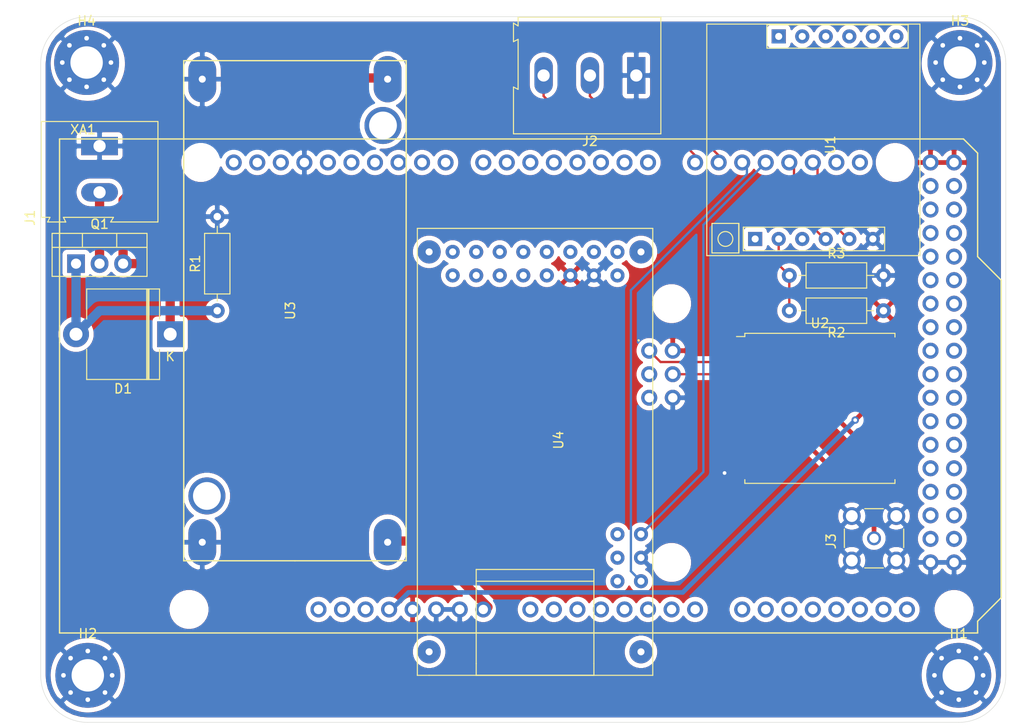
<source format=kicad_pcb>
(kicad_pcb (version 20171130) (host pcbnew 5.1.5+dfsg1-2build2)
  (layers (0 F.Cu signal) (31 B.Cu signal) (34 B.Paste user) (35 F.Paste user) (36 B.SilkS user) (37 F.SilkS user) (38 B.Mask user) (39 F.Mask user) (44 Edge.Cuts user))
  (net 0 "")
  (net 1 "Net-(D1-Pad2)")
  (net 2 +24V)
  (net 3 "Net-(J1-Pad2)")
  (net 4 GND)
  (net 5 Proccessor_Card_RXD)
  (net 6 Proccessor_Card_TXD)
  (net 7 "Net-(R2-Pad2)")
  (net 8 +5V)
  (net 9 ANTENNA)
  (net 10 "Net-(U1-Pad12)")
  (net 11 "Net-(U1-Pad11)")
  (net 12 "Net-(U1-Pad10)")
  (net 13 "Net-(U1-Pad9)")
  (net 14 "Net-(U1-Pad8)")
  (net 15 "Net-(U1-Pad7)")
  (net 16 Sim800_TXD)
  (net 17 Sim800_RXD)
  (net 18 "Net-(U1-Pad3)")
  (net 19 "Net-(U2-Pad16)")
  (net 20 LoRa_D1)
  (net 21 LoRa_D0)
  (net 22 +3V3)
  (net 23 "Net-(U2-Pad12)")
  (net 24 "Net-(U2-Pad11)")
  (net 25 "Net-(U2-Pad1)")
  (net 26 "Net-(U2-Pad9)")
  (net 27 "Net-(U2-Pad7)")
  (net 28 LoRa_RESET_PIN)
  (net 29 LoRa_CSS)
  (net 30 LoRa_SCK)
  (net 31 LoRa_MOSI)
  (net 32 LoRa_MISO)
  (net 33 +12V)
  (net 34 "Net-(U4-Pad19)")
  (net 35 "Net-(U4-Pad18)")
  (net 36 CH376_RX)
  (net 37 CH376_TX)
  (net 38 "Net-(XA1-PadD53)")
  (net 39 "Net-(XA1-PadD52)")
  (net 40 "Net-(XA1-PadD51)")
  (net 41 "Net-(XA1-PadD50)")
  (net 42 "Net-(XA1-PadD49)")
  (net 43 "Net-(XA1-PadD48)")
  (net 44 "Net-(XA1-PadD47)")
  (net 45 "Net-(XA1-PadD46)")
  (net 46 "Net-(XA1-PadD45)")
  (net 47 "Net-(XA1-PadD44)")
  (net 48 "Net-(XA1-PadD43)")
  (net 49 "Net-(XA1-PadD42)")
  (net 50 "Net-(XA1-PadD41)")
  (net 51 "Net-(XA1-PadD40)")
  (net 52 "Net-(XA1-PadD39)")
  (net 53 "Net-(XA1-PadD38)")
  (net 54 "Net-(XA1-PadD37)")
  (net 55 "Net-(XA1-PadD36)")
  (net 56 "Net-(XA1-PadD35)")
  (net 57 "Net-(XA1-PadD34)")
  (net 58 "Net-(XA1-PadD33)")
  (net 59 "Net-(XA1-PadD32)")
  (net 60 "Net-(XA1-PadD31)")
  (net 61 "Net-(XA1-PadD30)")
  (net 62 "Net-(XA1-PadD29)")
  (net 63 "Net-(XA1-PadD28)")
  (net 64 "Net-(XA1-PadD27)")
  (net 65 "Net-(XA1-PadD26)")
  (net 66 "Net-(XA1-PadD25)")
  (net 67 "Net-(XA1-PadD24)")
  (net 68 "Net-(XA1-PadD23)")
  (net 69 "Net-(XA1-PadD22)")
  (net 70 "Net-(XA1-PadA15)")
  (net 71 "Net-(XA1-PadA14)")
  (net 72 "Net-(XA1-PadA13)")
  (net 73 "Net-(XA1-PadA12)")
  (net 74 "Net-(XA1-PadA11)")
  (net 75 "Net-(XA1-PadA10)")
  (net 76 "Net-(XA1-PadA9)")
  (net 77 "Net-(XA1-PadA8)")
  (net 78 "Net-(XA1-PadA7)")
  (net 79 "Net-(XA1-PadA6)")
  (net 80 "Net-(XA1-PadA5)")
  (net 81 "Net-(XA1-PadA4)")
  (net 82 "Net-(XA1-PadA3)")
  (net 83 "Net-(XA1-PadA2)")
  (net 84 "Net-(XA1-PadA1)")
  (net 85 "Net-(XA1-PadD11)")
  (net 86 "Net-(XA1-PadD12)")
  (net 87 "Net-(XA1-PadD13)")
  (net 88 "Net-(XA1-PadAREF)")
  (net 89 "Net-(XA1-PadSDA)")
  (net 90 "Net-(XA1-PadSCL)")
  (net 91 "Net-(XA1-PadD10)")
  (net 92 "Net-(XA1-PadD9)")
  (net 93 "Net-(XA1-PadD8)")
  (net 94 "Net-(XA1-PadD7)")
  (net 95 "Net-(XA1-PadD6)")
  (net 96 "Net-(XA1-PadD5)")
  (net 97 "Net-(XA1-PadD4)")
  (net 98 "Net-(XA1-PadD3)")
  (net 99 "Net-(XA1-PadD2)")
  (net 100 "Net-(XA1-PadD1)")
  (net 101 "Net-(XA1-PadD0)")
  (net 102 "Net-(XA1-PadD20)")
  (net 103 "Net-(XA1-PadD21)")
  (net 104 "Net-(XA1-PadIORF)")
  (net 105 "Net-(XA1-PadRST1)")
  (net 106 "Net-(XA1-PadA0)")
  (net 107 "Net-(XA1-PadRST2)")
  (net 108 Antenna)
  (module MountingHole:MountingHole_3.5mm_Pad_Via (layer F.Cu) (at 59.563 34.163)
    (fp_text reference H4 (at 0 -4.5) (layer F.SilkS))
    (fp_text value MountingHole_Pad)
    (pad 1 thru_hole circle (at 1.856155 -1.856155) (size 0.8 0.8) (drill 0.5) (layers *.Cu *.Mask) (net 4 GND))
    (pad 1 thru_hole circle (at 0 -2.625) (size 0.8 0.8) (drill 0.5) (layers *.Cu *.Mask) (net 4 GND))
    (pad 1 thru_hole circle (at -1.856155 -1.856155) (size 0.8 0.8) (drill 0.5) (layers *.Cu *.Mask) (net 4 GND))
    (pad 1 thru_hole circle (at -2.625 0) (size 0.8 0.8) (drill 0.5) (layers *.Cu *.Mask) (net 4 GND))
    (pad 1 thru_hole circle (at -1.856155 1.856155) (size 0.8 0.8) (drill 0.5) (layers *.Cu *.Mask) (net 4 GND))
    (pad 1 thru_hole circle (at 0 2.625) (size 0.8 0.8) (drill 0.5) (layers *.Cu *.Mask) (net 4 GND))
    (pad 1 thru_hole circle (at 1.856155 1.856155) (size 0.8 0.8) (drill 0.5) (layers *.Cu *.Mask) (net 4 GND))
    (pad 1 thru_hole circle (at 2.625 0) (size 0.8 0.8) (drill 0.5) (layers *.Cu *.Mask) (net 4 GND))
    (pad 1 thru_hole circle (at 0 0) (size 7 7) (drill 3.5) (layers *.Cu *.Mask) (net 4 GND))
  )
  (module MountingHole:MountingHole_3.5mm_Pad_Via (layer F.Cu) (at 153.797 34.163)
    (fp_text reference H3 (at 0 -4.5) (layer F.SilkS))
    (fp_text value MountingHole_Pad)
    (pad 1 thru_hole circle (at 1.856155 -1.856155) (size 0.8 0.8) (drill 0.5) (layers *.Cu *.Mask) (net 4 GND))
    (pad 1 thru_hole circle (at 0 -2.625) (size 0.8 0.8) (drill 0.5) (layers *.Cu *.Mask) (net 4 GND))
    (pad 1 thru_hole circle (at -1.856155 -1.856155) (size 0.8 0.8) (drill 0.5) (layers *.Cu *.Mask) (net 4 GND))
    (pad 1 thru_hole circle (at -2.625 0) (size 0.8 0.8) (drill 0.5) (layers *.Cu *.Mask) (net 4 GND))
    (pad 1 thru_hole circle (at -1.856155 1.856155) (size 0.8 0.8) (drill 0.5) (layers *.Cu *.Mask) (net 4 GND))
    (pad 1 thru_hole circle (at 0 2.625) (size 0.8 0.8) (drill 0.5) (layers *.Cu *.Mask) (net 4 GND))
    (pad 1 thru_hole circle (at 1.856155 1.856155) (size 0.8 0.8) (drill 0.5) (layers *.Cu *.Mask) (net 4 GND))
    (pad 1 thru_hole circle (at 2.625 0) (size 0.8 0.8) (drill 0.5) (layers *.Cu *.Mask) (net 4 GND))
    (pad 1 thru_hole circle (at 0 0) (size 7 7) (drill 3.5) (layers *.Cu *.Mask) (net 4 GND))
  )
  (module MountingHole:MountingHole_3.5mm_Pad_Via (layer F.Cu) (at 59.69 100.33)
    (fp_text reference H2 (at 0 -4.5) (layer F.SilkS))
    (fp_text value MountingHole_Pad)
    (pad 1 thru_hole circle (at 1.856155 -1.856155) (size 0.8 0.8) (drill 0.5) (layers *.Cu *.Mask) (net 4 GND))
    (pad 1 thru_hole circle (at 0 -2.625) (size 0.8 0.8) (drill 0.5) (layers *.Cu *.Mask) (net 4 GND))
    (pad 1 thru_hole circle (at -1.856155 -1.856155) (size 0.8 0.8) (drill 0.5) (layers *.Cu *.Mask) (net 4 GND))
    (pad 1 thru_hole circle (at -2.625 0) (size 0.8 0.8) (drill 0.5) (layers *.Cu *.Mask) (net 4 GND))
    (pad 1 thru_hole circle (at -1.856155 1.856155) (size 0.8 0.8) (drill 0.5) (layers *.Cu *.Mask) (net 4 GND))
    (pad 1 thru_hole circle (at 0 2.625) (size 0.8 0.8) (drill 0.5) (layers *.Cu *.Mask) (net 4 GND))
    (pad 1 thru_hole circle (at 1.856155 1.856155) (size 0.8 0.8) (drill 0.5) (layers *.Cu *.Mask) (net 4 GND))
    (pad 1 thru_hole circle (at 2.625 0) (size 0.8 0.8) (drill 0.5) (layers *.Cu *.Mask) (net 4 GND))
    (pad 1 thru_hole circle (at 0 0) (size 7 7) (drill 3.5) (layers *.Cu *.Mask) (net 4 GND))
  )
  (module MountingHole:MountingHole_3.5mm_Pad_Via (layer F.Cu) (at 153.67 100.33)
    (fp_text reference H1 (at 0 -4.5) (layer F.SilkS))
    (fp_text value MountingHole_Pad)
    (pad 1 thru_hole circle (at 1.856155 -1.856155) (size 0.8 0.8) (drill 0.5) (layers *.Cu *.Mask) (net 4 GND))
    (pad 1 thru_hole circle (at 0 -2.625) (size 0.8 0.8) (drill 0.5) (layers *.Cu *.Mask) (net 4 GND))
    (pad 1 thru_hole circle (at -1.856155 -1.856155) (size 0.8 0.8) (drill 0.5) (layers *.Cu *.Mask) (net 4 GND))
    (pad 1 thru_hole circle (at -2.625 0) (size 0.8 0.8) (drill 0.5) (layers *.Cu *.Mask) (net 4 GND))
    (pad 1 thru_hole circle (at -1.856155 1.856155) (size 0.8 0.8) (drill 0.5) (layers *.Cu *.Mask) (net 4 GND))
    (pad 1 thru_hole circle (at 0 2.625) (size 0.8 0.8) (drill 0.5) (layers *.Cu *.Mask) (net 4 GND))
    (pad 1 thru_hole circle (at 1.856155 1.856155) (size 0.8 0.8) (drill 0.5) (layers *.Cu *.Mask) (net 4 GND))
    (pad 1 thru_hole circle (at 2.625 0) (size 0.8 0.8) (drill 0.5) (layers *.Cu *.Mask) (net 4 GND))
    (pad 1 thru_hole circle (at 0 0) (size 7 7) (drill 3.5) (layers *.Cu *.Mask) (net 4 GND))
  )
  (module XL4015_converter:XL4015_Converter (layer F.Cu) (at 82.042 60.96 270)
    (fp_text reference U3 (at 0 0.5 90) (layer F.SilkS))
    (fp_text value XL4015)
    (fp_line (start 27 12) (end 27 0) (layer F.SilkS) (width 0.15))
    (fp_line (start -27 12) (end 27 12) (layer F.SilkS) (width 0.15))
    (fp_line (start -27 -12) (end -27 12) (layer F.SilkS) (width 0.15))
    (fp_line (start 27 -12) (end -27 -12) (layer F.SilkS) (width 0.15))
    (fp_line (start 27 0) (end 27 -12) (layer F.SilkS) (width 0.15))
    (pad "" np_thru_hole circle (at 20 9.5 270) (size 4 4) (drill 3) (layers *.Cu *.Mask))
    (pad "" np_thru_hole circle (at -20 -9.5 270) (size 4 4) (drill 3) (layers *.Cu *.Mask))
    (pad 3 thru_hole oval (at 25 -10 270) (size 5 3) (drill 0.762) (layers *.Cu *.Mask) (net 33 +12V))
    (pad 4 thru_hole oval (at 25 10 270) (size 5 3) (drill 0.762) (layers *.Cu *.Mask) (net 4 GND))
    (pad 2 thru_hole oval (at -25 10 270) (size 5 3) (drill 0.762) (layers *.Cu *.Mask) (net 4 GND))
    (pad 1 thru_hole oval (at -25 -10 270) (size 5 3) (drill 0.762) (layers *.Cu *.Mask) (net 2 +24V))
  )
  (module RFM95_SMD:HOPERF_RFM9XW_SMD (layer F.Cu) (at 138.684 71.501)
    (fp_text reference U2 (at 0 -9.2) (layer F.SilkS))
    (fp_text value RFM95W-868S2)
    (fp_line (start -8.1 -8.1) (end 8.1 -8.1) (layer F.SilkS) (width 0.12))
    (fp_line (start 8.1 -8.1) (end 8.1 -7.7) (layer F.SilkS) (width 0.12))
    (fp_line (start -8.1 7.7) (end -8.1 8.1) (layer F.SilkS) (width 0.12))
    (fp_line (start -8.1 8.1) (end 8.1 8.1) (layer F.SilkS) (width 0.12))
    (fp_line (start 8.1 8.1) (end 8.1 7.7) (layer F.SilkS) (width 0.12))
    (fp_line (start -8.1 -8.1) (end -8.1 -7.75) (layer F.SilkS) (width 0.12))
    (fp_line (start -8.1 -7.75) (end -9 -7.75) (layer F.SilkS) (width 0.12))
    (pad 1 smd rect (at -8 -7) (size 2 1) (layers F.Cu F.Paste F.Mask) (net 25 "Net-(U2-Pad1)"))
    (pad 2 smd rect (at -8 -5) (size 2 1) (layers F.Cu F.Paste F.Mask) (net 32 LoRa_MISO))
    (pad 3 smd rect (at -8 -3) (size 2 1) (layers F.Cu F.Paste F.Mask) (net 31 LoRa_MOSI))
    (pad 4 smd rect (at -8 -1) (size 2 1) (layers F.Cu F.Paste F.Mask) (net 108 Antenna))
    (pad 5 smd rect (at -8 1) (size 2 1) (layers F.Cu F.Paste F.Mask) (net 29 LoRa_CSS))
    (pad 6 smd rect (at -8 3) (size 2 1) (layers F.Cu F.Paste F.Mask) (net 28 LoRa_RESET_PIN))
    (pad 7 smd rect (at -8 5) (size 2 1) (layers F.Cu F.Paste F.Mask) (net 27 "Net-(U2-Pad7)"))
    (pad 8 smd rect (at -8 7) (size 2 1) (layers F.Cu F.Paste F.Mask) (net 4 GND))
    (pad 9 smd rect (at 8 7) (size 2 1) (layers F.Cu F.Paste F.Mask) (net 26 "Net-(U2-Pad9)"))
    (pad 10 smd rect (at 8 5) (size 2 1) (layers F.Cu F.Paste F.Mask) (net 25 "Net-(U2-Pad1)"))
    (pad 11 smd rect (at 8 3) (size 2 1) (layers F.Cu F.Paste F.Mask) (net 24 "Net-(U2-Pad11)"))
    (pad 12 smd rect (at 8 1) (size 2 1) (layers F.Cu F.Paste F.Mask) (net 23 "Net-(U2-Pad12)"))
    (pad 13 smd rect (at 8 -1) (size 2 1) (layers F.Cu F.Paste F.Mask) (net 22 +3V3))
    (pad 14 smd rect (at 8 -3) (size 2 1) (layers F.Cu F.Paste F.Mask) (net 21 LoRa_D0))
    (pad 15 smd rect (at 8 -5) (size 2 1) (layers F.Cu F.Paste F.Mask) (net 20 LoRa_D1))
    (pad 16 smd rect (at 8 -7) (size 2 1) (layers F.Cu F.Paste F.Mask) (net 19 "Net-(U2-Pad16)"))
  )
  (module Arduino:Arduino_Mega2560_Shield (layer F.Cu) (at 56.642 95.758)
    (fp_text reference XA1 (at 2.54 -54.356) (layer F.SilkS))
    (fp_text value Arduino_Mega2560_Shield)
    (fp_line (start 0 -53.34) (end 97.536 -53.34) (layer F.SilkS) (width 0.15))
    (fp_line (start 0 0) (end 99.06 0) (layer F.SilkS) (width 0.15))
    (fp_line (start 97.536 -53.34) (end 99.06 -51.816) (layer F.SilkS) (width 0.15))
    (fp_line (start 99.06 0) (end 99.06 -1.27) (layer F.SilkS) (width 0.15))
    (fp_line (start 99.06 -1.27) (end 101.6 -3.81) (layer F.SilkS) (width 0.15))
    (fp_line (start 101.6 -3.81) (end 101.6 -38.1) (layer F.SilkS) (width 0.15))
    (fp_line (start 101.6 -38.1) (end 99.06 -40.64) (layer F.SilkS) (width 0.15))
    (fp_line (start 99.06 -40.64) (end 99.06 -51.816) (layer F.SilkS) (width 0.15))
    (fp_line (start 0 -53.34) (end 0 0) (layer F.SilkS) (width 0.15))
    (fp_text user . (at 62.484 -32.004) (layer F.SilkS))
    (pad MISO thru_hole oval (at 63.627 -30.48) (size 1.7272 1.7272) (drill 1.016) (layers *.Cu *.Mask) (net 32 LoRa_MISO))
    (pad GND6 thru_hole oval (at 96.52 -7.62) (size 1.7272 1.7272) (drill 1.016) (layers *.Cu *.Mask) (net 4 GND))
    (pad GND5 thru_hole oval (at 93.98 -7.62) (size 1.7272 1.7272) (drill 1.016) (layers *.Cu *.Mask) (net 4 GND))
    (pad D53 thru_hole oval (at 96.52 -10.16) (size 1.7272 1.7272) (drill 1.016) (layers *.Cu *.Mask) (net 38 "Net-(XA1-PadD53)"))
    (pad D52 thru_hole oval (at 93.98 -10.16) (size 1.7272 1.7272) (drill 1.016) (layers *.Cu *.Mask) (net 39 "Net-(XA1-PadD52)"))
    (pad D51 thru_hole oval (at 96.52 -12.7) (size 1.7272 1.7272) (drill 1.016) (layers *.Cu *.Mask) (net 40 "Net-(XA1-PadD51)"))
    (pad D50 thru_hole oval (at 93.98 -12.7) (size 1.7272 1.7272) (drill 1.016) (layers *.Cu *.Mask) (net 41 "Net-(XA1-PadD50)"))
    (pad D49 thru_hole oval (at 96.52 -15.24) (size 1.7272 1.7272) (drill 1.016) (layers *.Cu *.Mask) (net 42 "Net-(XA1-PadD49)"))
    (pad D48 thru_hole oval (at 93.98 -15.24) (size 1.7272 1.7272) (drill 1.016) (layers *.Cu *.Mask) (net 43 "Net-(XA1-PadD48)"))
    (pad D47 thru_hole oval (at 96.52 -17.78) (size 1.7272 1.7272) (drill 1.016) (layers *.Cu *.Mask) (net 44 "Net-(XA1-PadD47)"))
    (pad D46 thru_hole oval (at 93.98 -17.78) (size 1.7272 1.7272) (drill 1.016) (layers *.Cu *.Mask) (net 45 "Net-(XA1-PadD46)"))
    (pad D45 thru_hole oval (at 96.52 -20.32) (size 1.7272 1.7272) (drill 1.016) (layers *.Cu *.Mask) (net 46 "Net-(XA1-PadD45)"))
    (pad D44 thru_hole oval (at 93.98 -20.32) (size 1.7272 1.7272) (drill 1.016) (layers *.Cu *.Mask) (net 47 "Net-(XA1-PadD44)"))
    (pad D43 thru_hole oval (at 96.52 -22.86) (size 1.7272 1.7272) (drill 1.016) (layers *.Cu *.Mask) (net 48 "Net-(XA1-PadD43)"))
    (pad D42 thru_hole oval (at 93.98 -22.86) (size 1.7272 1.7272) (drill 1.016) (layers *.Cu *.Mask) (net 49 "Net-(XA1-PadD42)"))
    (pad D41 thru_hole oval (at 96.52 -25.4) (size 1.7272 1.7272) (drill 1.016) (layers *.Cu *.Mask) (net 50 "Net-(XA1-PadD41)"))
    (pad D40 thru_hole oval (at 93.98 -25.4) (size 1.7272 1.7272) (drill 1.016) (layers *.Cu *.Mask) (net 51 "Net-(XA1-PadD40)"))
    (pad D39 thru_hole oval (at 96.52 -27.94) (size 1.7272 1.7272) (drill 1.016) (layers *.Cu *.Mask) (net 52 "Net-(XA1-PadD39)"))
    (pad D38 thru_hole oval (at 93.98 -27.94) (size 1.7272 1.7272) (drill 1.016) (layers *.Cu *.Mask) (net 53 "Net-(XA1-PadD38)"))
    (pad D37 thru_hole oval (at 96.52 -30.48) (size 1.7272 1.7272) (drill 1.016) (layers *.Cu *.Mask) (net 54 "Net-(XA1-PadD37)"))
    (pad D36 thru_hole oval (at 93.98 -30.48) (size 1.7272 1.7272) (drill 1.016) (layers *.Cu *.Mask) (net 55 "Net-(XA1-PadD36)"))
    (pad D35 thru_hole oval (at 96.52 -33.02) (size 1.7272 1.7272) (drill 1.016) (layers *.Cu *.Mask) (net 56 "Net-(XA1-PadD35)"))
    (pad D34 thru_hole oval (at 93.98 -33.02) (size 1.7272 1.7272) (drill 1.016) (layers *.Cu *.Mask) (net 57 "Net-(XA1-PadD34)"))
    (pad D33 thru_hole oval (at 96.52 -35.56) (size 1.7272 1.7272) (drill 1.016) (layers *.Cu *.Mask) (net 58 "Net-(XA1-PadD33)"))
    (pad D32 thru_hole oval (at 93.98 -35.56) (size 1.7272 1.7272) (drill 1.016) (layers *.Cu *.Mask) (net 59 "Net-(XA1-PadD32)"))
    (pad D31 thru_hole oval (at 96.52 -38.1) (size 1.7272 1.7272) (drill 1.016) (layers *.Cu *.Mask) (net 60 "Net-(XA1-PadD31)"))
    (pad D30 thru_hole oval (at 93.98 -38.1) (size 1.7272 1.7272) (drill 1.016) (layers *.Cu *.Mask) (net 61 "Net-(XA1-PadD30)"))
    (pad D29 thru_hole oval (at 96.52 -40.64) (size 1.7272 1.7272) (drill 1.016) (layers *.Cu *.Mask) (net 62 "Net-(XA1-PadD29)"))
    (pad D28 thru_hole oval (at 93.98 -40.64) (size 1.7272 1.7272) (drill 1.016) (layers *.Cu *.Mask) (net 63 "Net-(XA1-PadD28)"))
    (pad D27 thru_hole oval (at 96.52 -43.18) (size 1.7272 1.7272) (drill 1.016) (layers *.Cu *.Mask) (net 64 "Net-(XA1-PadD27)"))
    (pad D26 thru_hole oval (at 93.98 -43.18) (size 1.7272 1.7272) (drill 1.016) (layers *.Cu *.Mask) (net 65 "Net-(XA1-PadD26)"))
    (pad D25 thru_hole oval (at 96.52 -45.72) (size 1.7272 1.7272) (drill 1.016) (layers *.Cu *.Mask) (net 66 "Net-(XA1-PadD25)"))
    (pad D24 thru_hole oval (at 93.98 -45.72) (size 1.7272 1.7272) (drill 1.016) (layers *.Cu *.Mask) (net 67 "Net-(XA1-PadD24)"))
    (pad D23 thru_hole oval (at 96.52 -48.26) (size 1.7272 1.7272) (drill 1.016) (layers *.Cu *.Mask) (net 68 "Net-(XA1-PadD23)"))
    (pad D22 thru_hole oval (at 93.98 -48.26) (size 1.7272 1.7272) (drill 1.016) (layers *.Cu *.Mask) (net 69 "Net-(XA1-PadD22)"))
    (pad 5V4 thru_hole oval (at 96.52 -50.8) (size 1.7272 1.7272) (drill 1.016) (layers *.Cu *.Mask) (net 8 +5V))
    (pad 5V3 thru_hole oval (at 93.98 -50.8) (size 1.7272 1.7272) (drill 1.016) (layers *.Cu *.Mask) (net 8 +5V))
    (pad A15 thru_hole oval (at 91.44 -2.54) (size 1.7272 1.7272) (drill 1.016) (layers *.Cu *.Mask) (net 70 "Net-(XA1-PadA15)"))
    (pad A14 thru_hole oval (at 88.9 -2.54) (size 1.7272 1.7272) (drill 1.016) (layers *.Cu *.Mask) (net 71 "Net-(XA1-PadA14)"))
    (pad A13 thru_hole oval (at 86.36 -2.54) (size 1.7272 1.7272) (drill 1.016) (layers *.Cu *.Mask) (net 72 "Net-(XA1-PadA13)"))
    (pad A12 thru_hole oval (at 83.82 -2.54) (size 1.7272 1.7272) (drill 1.016) (layers *.Cu *.Mask) (net 73 "Net-(XA1-PadA12)"))
    (pad A11 thru_hole oval (at 81.28 -2.54) (size 1.7272 1.7272) (drill 1.016) (layers *.Cu *.Mask) (net 74 "Net-(XA1-PadA11)"))
    (pad A10 thru_hole oval (at 78.74 -2.54) (size 1.7272 1.7272) (drill 1.016) (layers *.Cu *.Mask) (net 75 "Net-(XA1-PadA10)"))
    (pad A9 thru_hole oval (at 76.2 -2.54) (size 1.7272 1.7272) (drill 1.016) (layers *.Cu *.Mask) (net 76 "Net-(XA1-PadA9)"))
    (pad A8 thru_hole oval (at 73.66 -2.54) (size 1.7272 1.7272) (drill 1.016) (layers *.Cu *.Mask) (net 77 "Net-(XA1-PadA8)"))
    (pad A7 thru_hole oval (at 68.58 -2.54) (size 1.7272 1.7272) (drill 1.016) (layers *.Cu *.Mask) (net 78 "Net-(XA1-PadA7)"))
    (pad A6 thru_hole oval (at 66.04 -2.54) (size 1.7272 1.7272) (drill 1.016) (layers *.Cu *.Mask) (net 79 "Net-(XA1-PadA6)"))
    (pad A5 thru_hole oval (at 63.5 -2.54) (size 1.7272 1.7272) (drill 1.016) (layers *.Cu *.Mask) (net 80 "Net-(XA1-PadA5)"))
    (pad A4 thru_hole oval (at 60.96 -2.54) (size 1.7272 1.7272) (drill 1.016) (layers *.Cu *.Mask) (net 81 "Net-(XA1-PadA4)"))
    (pad A3 thru_hole oval (at 58.42 -2.54) (size 1.7272 1.7272) (drill 1.016) (layers *.Cu *.Mask) (net 82 "Net-(XA1-PadA3)"))
    (pad A2 thru_hole oval (at 55.88 -2.54) (size 1.7272 1.7272) (drill 1.016) (layers *.Cu *.Mask) (net 83 "Net-(XA1-PadA2)"))
    (pad A1 thru_hole oval (at 53.34 -2.54) (size 1.7272 1.7272) (drill 1.016) (layers *.Cu *.Mask) (net 84 "Net-(XA1-PadA1)"))
    (pad "" thru_hole oval (at 27.94 -2.54) (size 1.7272 1.7272) (drill 1.016) (layers *.Cu *.Mask))
    (pad D11 thru_hole oval (at 34.036 -50.8) (size 1.7272 1.7272) (drill 1.016) (layers *.Cu *.Mask) (net 85 "Net-(XA1-PadD11)"))
    (pad D12 thru_hole oval (at 31.496 -50.8) (size 1.7272 1.7272) (drill 1.016) (layers *.Cu *.Mask) (net 86 "Net-(XA1-PadD12)"))
    (pad D13 thru_hole oval (at 28.956 -50.8) (size 1.7272 1.7272) (drill 1.016) (layers *.Cu *.Mask) (net 87 "Net-(XA1-PadD13)"))
    (pad AREF thru_hole oval (at 23.876 -50.8) (size 1.7272 1.7272) (drill 1.016) (layers *.Cu *.Mask) (net 88 "Net-(XA1-PadAREF)"))
    (pad SDA thru_hole oval (at 21.336 -50.8) (size 1.7272 1.7272) (drill 1.016) (layers *.Cu *.Mask) (net 89 "Net-(XA1-PadSDA)"))
    (pad SCL thru_hole oval (at 18.796 -50.8) (size 1.7272 1.7272) (drill 1.016) (layers *.Cu *.Mask) (net 90 "Net-(XA1-PadSCL)"))
    (pad "" np_thru_hole circle (at 13.97 -2.54) (size 3.2 3.2) (drill 3.2) (layers *.Cu *.Mask))
    (pad "" np_thru_hole circle (at 96.52 -2.54) (size 3.2 3.2) (drill 3.2) (layers *.Cu *.Mask))
    (pad "" np_thru_hole circle (at 15.24 -50.8) (size 3.2 3.2) (drill 3.2) (layers *.Cu *.Mask))
    (pad "" np_thru_hole circle (at 90.17 -50.8) (size 3.2 3.2) (drill 3.2) (layers *.Cu *.Mask))
    (pad "" np_thru_hole circle (at 66.04 -35.56) (size 3.2 3.2) (drill 3.2) (layers *.Cu *.Mask))
    (pad "" np_thru_hole circle (at 66.04 -7.62) (size 3.2 3.2) (drill 3.2) (layers *.Cu *.Mask))
    (pad D10 thru_hole oval (at 36.576 -50.8) (size 1.7272 1.7272) (drill 1.016) (layers *.Cu *.Mask) (net 91 "Net-(XA1-PadD10)"))
    (pad D9 thru_hole oval (at 39.116 -50.8) (size 1.7272 1.7272) (drill 1.016) (layers *.Cu *.Mask) (net 92 "Net-(XA1-PadD9)"))
    (pad D8 thru_hole oval (at 41.656 -50.8) (size 1.7272 1.7272) (drill 1.016) (layers *.Cu *.Mask) (net 93 "Net-(XA1-PadD8)"))
    (pad GND1 thru_hole oval (at 26.416 -50.8) (size 1.7272 1.7272) (drill 1.016) (layers *.Cu *.Mask) (net 4 GND))
    (pad D7 thru_hole oval (at 45.72 -50.8) (size 1.7272 1.7272) (drill 1.016) (layers *.Cu *.Mask) (net 94 "Net-(XA1-PadD7)"))
    (pad D6 thru_hole oval (at 48.26 -50.8) (size 1.7272 1.7272) (drill 1.016) (layers *.Cu *.Mask) (net 95 "Net-(XA1-PadD6)"))
    (pad D5 thru_hole oval (at 50.8 -50.8) (size 1.7272 1.7272) (drill 1.016) (layers *.Cu *.Mask) (net 96 "Net-(XA1-PadD5)"))
    (pad D4 thru_hole oval (at 53.34 -50.8) (size 1.7272 1.7272) (drill 1.016) (layers *.Cu *.Mask) (net 97 "Net-(XA1-PadD4)"))
    (pad D3 thru_hole oval (at 55.88 -50.8) (size 1.7272 1.7272) (drill 1.016) (layers *.Cu *.Mask) (net 98 "Net-(XA1-PadD3)"))
    (pad D2 thru_hole oval (at 58.42 -50.8) (size 1.7272 1.7272) (drill 1.016) (layers *.Cu *.Mask) (net 99 "Net-(XA1-PadD2)"))
    (pad D1 thru_hole oval (at 60.96 -50.8) (size 1.7272 1.7272) (drill 1.016) (layers *.Cu *.Mask) (net 100 "Net-(XA1-PadD1)"))
    (pad D0 thru_hole oval (at 63.5 -50.8) (size 1.7272 1.7272) (drill 1.016) (layers *.Cu *.Mask) (net 101 "Net-(XA1-PadD0)"))
    (pad D14 thru_hole oval (at 68.58 -50.8) (size 1.7272 1.7272) (drill 1.016) (layers *.Cu *.Mask) (net 5 Proccessor_Card_RXD))
    (pad D15 thru_hole oval (at 71.12 -50.8) (size 1.7272 1.7272) (drill 1.016) (layers *.Cu *.Mask) (net 6 Proccessor_Card_TXD))
    (pad D16 thru_hole oval (at 73.66 -50.8) (size 1.7272 1.7272) (drill 1.016) (layers *.Cu *.Mask) (net 36 CH376_RX))
    (pad D17 thru_hole oval (at 76.2 -50.8) (size 1.7272 1.7272) (drill 1.016) (layers *.Cu *.Mask) (net 37 CH376_TX))
    (pad D18 thru_hole oval (at 78.74 -50.8) (size 1.7272 1.7272) (drill 1.016) (layers *.Cu *.Mask) (net 17 Sim800_RXD))
    (pad D19 thru_hole oval (at 81.28 -50.8) (size 1.7272 1.7272) (drill 1.016) (layers *.Cu *.Mask) (net 16 Sim800_TXD))
    (pad D20 thru_hole oval (at 83.82 -50.8) (size 1.7272 1.7272) (drill 1.016) (layers *.Cu *.Mask) (net 102 "Net-(XA1-PadD20)"))
    (pad D21 thru_hole oval (at 86.36 -50.8) (size 1.7272 1.7272) (drill 1.016) (layers *.Cu *.Mask) (net 103 "Net-(XA1-PadD21)"))
    (pad IORF thru_hole oval (at 30.48 -2.54) (size 1.7272 1.7272) (drill 1.016) (layers *.Cu *.Mask) (net 104 "Net-(XA1-PadIORF)"))
    (pad RST1 thru_hole oval (at 33.02 -2.54) (size 1.7272 1.7272) (drill 1.016) (layers *.Cu *.Mask) (net 105 "Net-(XA1-PadRST1)"))
    (pad 3V3 thru_hole oval (at 35.56 -2.54) (size 1.7272 1.7272) (drill 1.016) (layers *.Cu *.Mask) (net 22 +3V3))
    (pad 5V1 thru_hole oval (at 38.1 -2.54) (size 1.7272 1.7272) (drill 1.016) (layers *.Cu *.Mask) (net 8 +5V))
    (pad GND2 thru_hole oval (at 40.64 -2.54) (size 1.7272 1.7272) (drill 1.016) (layers *.Cu *.Mask) (net 4 GND))
    (pad GND3 thru_hole oval (at 43.18 -2.54) (size 1.7272 1.7272) (drill 1.016) (layers *.Cu *.Mask) (net 4 GND))
    (pad VIN thru_hole oval (at 45.72 -2.54) (size 1.7272 1.7272) (drill 1.016) (layers *.Cu *.Mask) (net 33 +12V))
    (pad A0 thru_hole oval (at 50.8 -2.54) (size 1.7272 1.7272) (drill 1.016) (layers *.Cu *.Mask) (net 106 "Net-(XA1-PadA0)"))
    (pad 5V2 thru_hole oval (at 66.167 -30.48) (size 1.7272 1.7272) (drill 1.016) (layers *.Cu *.Mask) (net 8 +5V))
    (pad SCK thru_hole oval (at 63.627 -27.94) (size 1.7272 1.7272) (drill 1.016) (layers *.Cu *.Mask) (net 30 LoRa_SCK))
    (pad MOSI thru_hole oval (at 66.167 -27.94) (size 1.7272 1.7272) (drill 1.016) (layers *.Cu *.Mask) (net 31 LoRa_MOSI))
    (pad GND4 thru_hole oval (at 66.167 -25.4) (size 1.7272 1.7272) (drill 1.016) (layers *.Cu *.Mask) (net 4 GND))
    (pad RST2 thru_hole oval (at 63.627 -25.4) (size 1.7272 1.7272) (drill 1.016) (layers *.Cu *.Mask) (net 107 "Net-(XA1-PadRST2)"))
  )
  (module "SMA_CONNECTOR (3):LPRS_SMA_CONNECTOR" (layer F.Cu) (at 144.526 85.5345 90)
    (fp_text reference J3 (at -0.325 -4.635 90) (layer F.SilkS))
    (fp_text value SMA_CONNECTOR)
    (fp_line (start 3.2 -1) (end 3.2 1) (layer F.SilkS) (width 0.127))
    (fp_line (start 1 3.2) (end -1 3.2) (layer F.SilkS) (width 0.127))
    (fp_line (start -3.2 1) (end -3.2 -1) (layer F.SilkS) (width 0.127))
    (fp_line (start -1 -3.2) (end 1 -3.2) (layer F.SilkS) (width 0.127))
    (pad 1 thru_hole circle (at 0 0 90) (size 1.508 1.508) (drill 1) (layers *.Cu *.Mask) (net 108 Antenna))
    (pad G2 thru_hole circle (at -2.4 2.4 90) (size 1.92 1.92) (drill 1.28) (layers *.Cu *.Mask) (net 4 GND))
    (pad G3 thru_hole circle (at 2.4 2.4 90) (size 1.92 1.92) (drill 1.28) (layers *.Cu *.Mask) (net 4 GND))
    (pad G4 thru_hole circle (at 2.4 -2.4 90) (size 1.92 1.92) (drill 1.28) (layers *.Cu *.Mask) (net 4 GND))
    (pad G1 thru_hole circle (at -2.4 -2.4 90) (size 1.92 1.92) (drill 1.28) (layers *.Cu *.Mask) (net 4 GND))
  )
  (module Sim800L_Module:Sim800L (layer F.Cu) (at 126.619 48.133 90)
    (fp_text reference U1 (at 5.08 13.2 90) (layer F.SilkS))
    (fp_text value Sim800L_Sch)
    (fp_line (start 18.12 22.86) (end -6.88 22.86) (layer F.SilkS) (width 0.12))
    (fp_line (start 18.12 -0.14) (end -6.88 -0.14) (layer F.SilkS) (width 0.12))
    (fp_line (start -6.88 -0.14) (end -6.88 22.86) (layer F.SilkS) (width 0.12))
    (fp_line (start 18.12 22.86) (end 18.12 -0.14) (layer F.SilkS) (width 0.12))
    (fp_circle (center -5.08 1.87) (end -4.28 1.87) (layer F.SilkS) (width 0.12))
    (fp_line (start -3.4 3.32) (end -3.4 0.42) (layer F.SilkS) (width 0.12))
    (fp_line (start -6.59 3.32) (end -3.4 3.32) (layer F.SilkS) (width 0.12))
    (fp_line (start -6.59 0.42) (end -6.59 3.32) (layer F.SilkS) (width 0.12))
    (fp_line (start -3.4 0.42) (end -6.59 0.42) (layer F.SilkS) (width 0.12))
    (fp_line (start -6.59 3.32) (end -3.4 3.32) (layer F.SilkS) (width 0.12))
    (fp_line (start 18.06 21.59) (end 15.52 21.59) (layer F.SilkS) (width 0.12))
    (fp_line (start 18.06 6.35) (end 18.06 21.59) (layer F.SilkS) (width 0.12))
    (fp_line (start 15.52 6.35) (end 18.06 6.35) (layer F.SilkS) (width 0.12))
    (fp_line (start 15.52 21.59) (end 15.52 6.35) (layer F.SilkS) (width 0.12))
    (fp_line (start 18.06 6.35) (end 18.06 21.59) (layer F.SilkS) (width 0.12))
    (fp_line (start -6.35 3.81) (end -3.81 3.81) (layer F.SilkS) (width 0.12))
    (fp_line (start -6.35 19.05) (end -6.35 3.81) (layer F.SilkS) (width 0.12))
    (fp_line (start -3.81 19.05) (end -6.35 19.05) (layer F.SilkS) (width 0.12))
    (fp_line (start -3.81 3.81) (end -3.81 19.05) (layer F.SilkS) (width 0.12))
    (fp_line (start -6.35 3.81) (end -3.81 3.81) (layer F.SilkS) (width 0.12))
    (pad 1 thru_hole trapezoid (at -5.08 5.08 90) (size 1.524 1.524) (drill 0.762) (layers *.Cu *.Mask) (net 9 ANTENNA))
    (pad 12 thru_hole trapezoid (at 16.79 7.62 90) (size 1.524 1.524) (drill 0.762) (layers *.Cu *.Mask) (net 10 "Net-(U1-Pad12)"))
    (pad 11 thru_hole circle (at 16.79 10.16 90) (size 1.524 1.524) (drill 0.762) (layers *.Cu *.Mask) (net 11 "Net-(U1-Pad11)"))
    (pad 10 thru_hole circle (at 16.79 12.7 90) (size 1.524 1.524) (drill 0.762) (layers *.Cu *.Mask) (net 12 "Net-(U1-Pad10)"))
    (pad 9 thru_hole circle (at 16.79 15.24 90) (size 1.524 1.524) (drill 0.762) (layers *.Cu *.Mask) (net 13 "Net-(U1-Pad9)"))
    (pad 8 thru_hole circle (at 16.79 17.78 90) (size 1.524 1.524) (drill 0.762) (layers *.Cu *.Mask) (net 14 "Net-(U1-Pad8)"))
    (pad 7 thru_hole circle (at 16.79 20.32 90) (size 1.524 1.524) (drill 0.762) (layers *.Cu *.Mask) (net 15 "Net-(U1-Pad7)"))
    (pad 6 thru_hole circle (at -5.08 17.78 90) (size 1.524 1.524) (drill 0.762) (layers *.Cu *.Mask) (net 4 GND))
    (pad 5 thru_hole circle (at -5.08 15.24 90) (size 1.524 1.524) (drill 0.762) (layers *.Cu *.Mask) (net 16 Sim800_TXD))
    (pad 4 thru_hole circle (at -5.08 12.7 90) (size 1.524 1.524) (drill 0.762) (layers *.Cu *.Mask) (net 17 Sim800_RXD))
    (pad 3 thru_hole circle (at -5.08 10.16 90) (size 1.524 1.524) (drill 0.762) (layers *.Cu *.Mask) (net 18 "Net-(U1-Pad3)"))
    (pad 2 thru_hole circle (at -5.08 7.62 90) (size 1.524 1.524) (drill 0.762) (layers *.Cu *.Mask) (net 7 "Net-(R2-Pad2)"))
  )
  (module CH376_USB:CH376_USB_Foot (layer F.Cu) (at 107.95 72.39 90)
    (fp_text reference U4 (at -2.54 2.54 90) (layer F.SilkS))
    (fp_text value CH376S_USB_MODULE)
    (fp_line (start -27.94 -12.7) (end -27.94 -11.43) (layer F.SilkS) (width 0.12))
    (fp_line (start 20.32 -12.7) (end 20.32 -11.43) (layer F.SilkS) (width 0.12))
    (fp_line (start 20.32 -12.7) (end -27.94 -12.7) (layer F.SilkS) (width 0.12))
    (fp_line (start -27.94 12.7) (end 20.32 12.7) (layer F.SilkS) (width 0.12))
    (fp_line (start -27.94 -11.43) (end -27.94 12.7) (layer F.SilkS) (width 0.12))
    (fp_line (start 20.32 -11.43) (end 20.32 12.7) (layer F.SilkS) (width 0.12))
    (fp_line (start -27.94 6.35) (end -26.67 6.35) (layer F.SilkS) (width 0.12))
    (fp_line (start -27.94 -6.35) (end -27.94 6.35) (layer F.SilkS) (width 0.12))
    (fp_line (start -26.67 -6.35) (end -27.94 -6.35) (layer F.SilkS) (width 0.12))
    (fp_line (start -16.51 6.35) (end -17.78 6.35) (layer F.SilkS) (width 0.12))
    (fp_line (start -16.51 -6.35) (end -16.51 6.35) (layer F.SilkS) (width 0.12))
    (fp_line (start -17.78 -6.35) (end -16.51 -6.35) (layer F.SilkS) (width 0.12))
    (fp_line (start -17.78 6.35) (end -26.67 6.35) (layer F.SilkS) (width 0.12))
    (fp_line (start -17.78 -6.35) (end -17.78 6.35) (layer F.SilkS) (width 0.12))
    (fp_line (start -26.67 -6.35) (end -17.78 -6.35) (layer F.SilkS) (width 0.12))
    (pad "" np_thru_hole circle (at 17.78 11.43 90) (size 2.5 2.5) (drill 0.762) (layers *.Cu *.Mask))
    (pad "" np_thru_hole circle (at -25.4 11.43 90) (size 2.5 2.5) (drill 0.762) (layers *.Cu *.Mask))
    (pad "" np_thru_hole circle (at -25.4 -11.43 90) (size 2.5 2.5) (drill 0.762) (layers *.Cu *.Mask))
    (pad "" np_thru_hole circle (at 17.78 -11.43 90) (size 2.5 2.5) (drill 0.762) (layers *.Cu *.Mask))
    (pad 21 thru_hole circle (at 17.78 -8.89 90) (size 1.524 1.524) (drill 0.762) (layers *.Cu *.Mask))
    (pad 20 thru_hole circle (at 17.78 -6.35 90) (size 1.524 1.524) (drill 0.762) (layers *.Cu *.Mask))
    (pad 19 thru_hole circle (at 17.78 -3.81 90) (size 1.524 1.524) (drill 0.762) (layers *.Cu *.Mask) (net 34 "Net-(U4-Pad19)"))
    (pad 18 thru_hole circle (at 17.78 -1.27 90) (size 1.524 1.524) (drill 0.762) (layers *.Cu *.Mask) (net 35 "Net-(U4-Pad18)"))
    (pad 17 thru_hole circle (at 17.78 1.27 90) (size 1.524 1.524) (drill 0.762) (layers *.Cu *.Mask))
    (pad 16 thru_hole circle (at 17.78 3.81 90) (size 1.524 1.524) (drill 0.762) (layers *.Cu *.Mask))
    (pad 15 thru_hole circle (at 17.78 6.35 90) (size 1.524 1.524) (drill 0.762) (layers *.Cu *.Mask))
    (pad 14 thru_hole circle (at 17.78 8.89 90) (size 1.524 1.524) (drill 0.762) (layers *.Cu *.Mask))
    (pad 13 thru_hole circle (at 15.24 8.89 90) (size 1.524 1.524) (drill 0.762) (layers *.Cu *.Mask))
    (pad 12 thru_hole circle (at 15.24 1.27 90) (size 1.524 1.524) (drill 0.762) (layers *.Cu *.Mask))
    (pad 2 thru_hole circle (at 15.24 6.35 90) (size 1.524 1.524) (drill 0.762) (layers *.Cu *.Mask) (net 4 GND))
    (pad 1 thru_hole circle (at 15.24 3.81 90) (size 1.524 1.524) (drill 0.762) (layers *.Cu *.Mask) (net 8 +5V))
    (pad 11 thru_hole circle (at 15.24 -1.27 90) (size 1.524 1.524) (drill 0.762) (layers *.Cu *.Mask))
    (pad 10 thru_hole circle (at 15.24 -3.81 90) (size 1.524 1.524) (drill 0.762) (layers *.Cu *.Mask))
    (pad 9 thru_hole circle (at 15.24 -6.35 90) (size 1.524 1.524) (drill 0.762) (layers *.Cu *.Mask))
    (pad 8 thru_hole circle (at 15.24 -8.89 90) (size 1.524 1.524) (drill 0.762) (layers *.Cu *.Mask))
    (pad 7 thru_hole circle (at -12.7 8.89 90) (size 1.524 1.524) (drill 0.762) (layers *.Cu *.Mask))
    (pad 6 thru_hole circle (at -15.24 8.89 90) (size 1.524 1.524) (drill 0.762) (layers *.Cu *.Mask))
    (pad 5 thru_hole circle (at -17.78 8.89 90) (size 1.524 1.524) (drill 0.762) (layers *.Cu *.Mask))
    (pad 4 thru_hole circle (at -17.78 11.43 90) (size 1.524 1.524) (drill 0.762) (layers *.Cu *.Mask) (net 36 CH376_RX))
    (pad 2 thru_hole circle (at -15.24 11.43 90) (size 1.524 1.524) (drill 0.762) (layers *.Cu *.Mask) (net 4 GND))
    (pad 3 thru_hole circle (at -12.7 11.43 90) (size 1.524 1.524) (drill 0.762) (layers *.Cu *.Mask) (net 37 CH376_TX))
  )
  (module Resistor_THT:R_Axial_DIN0207_L6.3mm_D2.5mm_P10.16mm_Horizontal (layer F.Cu) (at 135.382 57.15)
    (fp_text reference R3 (at 5.08 -2.37) (layer F.SilkS))
    (fp_text value "4 OHM")
    (fp_line (start 9.12 0) (end 8.35 0) (layer F.SilkS) (width 0.12))
    (fp_line (start 1.04 0) (end 1.81 0) (layer F.SilkS) (width 0.12))
    (fp_line (start 8.35 -1.37) (end 1.81 -1.37) (layer F.SilkS) (width 0.12))
    (fp_line (start 8.35 1.37) (end 8.35 -1.37) (layer F.SilkS) (width 0.12))
    (fp_line (start 1.81 1.37) (end 8.35 1.37) (layer F.SilkS) (width 0.12))
    (fp_line (start 1.81 -1.37) (end 1.81 1.37) (layer F.SilkS) (width 0.12))
    (pad 2 thru_hole oval (at 10.16 0) (size 1.6 1.6) (drill 0.8) (layers *.Cu *.Mask) (net 4 GND))
    (pad 1 thru_hole circle (at 0 0) (size 1.6 1.6) (drill 0.8) (layers *.Cu *.Mask) (net 7 "Net-(R2-Pad2)"))
  )
  (module Resistor_THT:R_Axial_DIN0207_L6.3mm_D2.5mm_P10.16mm_Horizontal (layer F.Cu) (at 145.542 60.96 180)
    (fp_text reference R2 (at 5.08 -2.37) (layer F.SilkS))
    (fp_text value "1 OHM")
    (fp_line (start 9.12 0) (end 8.35 0) (layer F.SilkS) (width 0.12))
    (fp_line (start 1.04 0) (end 1.81 0) (layer F.SilkS) (width 0.12))
    (fp_line (start 8.35 -1.37) (end 1.81 -1.37) (layer F.SilkS) (width 0.12))
    (fp_line (start 8.35 1.37) (end 8.35 -1.37) (layer F.SilkS) (width 0.12))
    (fp_line (start 1.81 1.37) (end 8.35 1.37) (layer F.SilkS) (width 0.12))
    (fp_line (start 1.81 -1.37) (end 1.81 1.37) (layer F.SilkS) (width 0.12))
    (pad 2 thru_hole oval (at 10.16 0 180) (size 1.6 1.6) (drill 0.8) (layers *.Cu *.Mask) (net 7 "Net-(R2-Pad2)"))
    (pad 1 thru_hole circle (at 0 0 180) (size 1.6 1.6) (drill 0.8) (layers *.Cu *.Mask) (net 8 +5V))
  )
  (module Resistor_THT:R_Axial_DIN0207_L6.3mm_D2.5mm_P10.16mm_Horizontal (layer F.Cu) (at 73.66 60.96 90)
    (fp_text reference R1 (at 5.08 -2.37 90) (layer F.SilkS))
    (fp_text value 100K)
    (fp_line (start 9.12 0) (end 8.35 0) (layer F.SilkS) (width 0.12))
    (fp_line (start 1.04 0) (end 1.81 0) (layer F.SilkS) (width 0.12))
    (fp_line (start 8.35 -1.37) (end 1.81 -1.37) (layer F.SilkS) (width 0.12))
    (fp_line (start 8.35 1.37) (end 8.35 -1.37) (layer F.SilkS) (width 0.12))
    (fp_line (start 1.81 1.37) (end 8.35 1.37) (layer F.SilkS) (width 0.12))
    (fp_line (start 1.81 -1.37) (end 1.81 1.37) (layer F.SilkS) (width 0.12))
    (pad 2 thru_hole oval (at 10.16 0 90) (size 1.6 1.6) (drill 0.8) (layers *.Cu *.Mask) (net 4 GND))
    (pad 1 thru_hole circle (at 0 0 90) (size 1.6 1.6) (drill 0.8) (layers *.Cu *.Mask) (net 1 "Net-(D1-Pad2)"))
  )
  (module TerminalBlock:TerminalBlock_Altech_AK300-2_P5.00mm (layer F.Cu) (at 60.96 43.18 270)
    (fp_text reference J1 (at 7.747 7.493 90) (layer F.SilkS))
    (fp_text value POWER_CONN)
    (fp_line (start 8.2 -6.3) (end -2.65 -6.3) (layer F.SilkS) (width 0.12))
    (fp_line (start 8.2 -1.2) (end 8.2 -6.3) (layer F.SilkS) (width 0.12))
    (fp_line (start 7.7 -1.5) (end 8.2 -1.2) (layer F.SilkS) (width 0.12))
    (fp_line (start 7.7 3.9) (end 7.7 -1.5) (layer F.SilkS) (width 0.12))
    (fp_line (start 8.2 3.65) (end 7.7 3.9) (layer F.SilkS) (width 0.12))
    (fp_line (start 8.2 3.7) (end 8.2 3.65) (layer F.SilkS) (width 0.12))
    (fp_line (start 8.2 5.6) (end 8.2 3.7) (layer F.SilkS) (width 0.12))
    (fp_line (start 7.7 5.35) (end 8.2 5.6) (layer F.SilkS) (width 0.12))
    (fp_line (start 7.7 6.3) (end 7.7 5.35) (layer F.SilkS) (width 0.12))
    (fp_line (start -2.65 6.3) (end 7.7 6.3) (layer F.SilkS) (width 0.12))
    (fp_line (start -2.65 -6.3) (end -2.65 6.3) (layer F.SilkS) (width 0.12))
    (pad 2 thru_hole oval (at 5 0 270) (size 1.98 3.96) (drill 1.32) (layers *.Cu *.Mask) (net 3 "Net-(J1-Pad2)"))
    (pad 1 thru_hole rect (at 0 0 270) (size 1.98 3.96) (drill 1.32) (layers *.Cu *.Mask) (net 4 GND))
  )
  (module Package_TO_SOT_THT:TO-220-3_Vertical (layer F.Cu) (at 58.42 55.88)
    (fp_text reference Q1 (at 2.54 -4.27) (layer F.SilkS))
    (fp_text value "P_Channel MOSFET")
    (fp_line (start 4.391 -3.27) (end 4.391 -1.76) (layer F.SilkS) (width 0.12))
    (fp_line (start 0.69 -3.27) (end 0.69 -1.76) (layer F.SilkS) (width 0.12))
    (fp_line (start -2.58 -1.76) (end 7.66 -1.76) (layer F.SilkS) (width 0.12))
    (fp_line (start 7.66 -3.27) (end 7.66 1.371) (layer F.SilkS) (width 0.12))
    (fp_line (start -2.58 -3.27) (end -2.58 1.371) (layer F.SilkS) (width 0.12))
    (fp_line (start -2.58 1.371) (end 7.66 1.371) (layer F.SilkS) (width 0.12))
    (fp_line (start -2.58 -3.27) (end 7.66 -3.27) (layer F.SilkS) (width 0.12))
    (pad 3 thru_hole oval (at 5.08 0) (size 1.905 2) (drill 1.1) (layers *.Cu *.Mask) (net 2 +24V))
    (pad 2 thru_hole oval (at 2.54 0) (size 1.905 2) (drill 1.1) (layers *.Cu *.Mask) (net 3 "Net-(J1-Pad2)"))
    (pad 1 thru_hole rect (at 0 0) (size 1.905 2) (drill 1.1) (layers *.Cu *.Mask) (net 1 "Net-(D1-Pad2)"))
  )
  (module TerminalBlock:TerminalBlock_Altech_AK300-3_P5.00mm (layer F.Cu) (at 118.872 35.56 180)
    (fp_text reference J2 (at 5 -7.1) (layer F.SilkS))
    (fp_text value Serial_Comm)
    (fp_line (start 13.25 -6.3) (end -2.65 -6.3) (layer F.SilkS) (width 0.12))
    (fp_line (start 13.25 -1.25) (end 13.25 -6.3) (layer F.SilkS) (width 0.12))
    (fp_line (start 12.75 -1.5) (end 13.25 -1.25) (layer F.SilkS) (width 0.12))
    (fp_line (start 12.75 3.9) (end 12.75 -1.5) (layer F.SilkS) (width 0.12))
    (fp_line (start 13.25 3.65) (end 12.75 3.9) (layer F.SilkS) (width 0.12))
    (fp_line (start 13.25 5.65) (end 13.25 3.65) (layer F.SilkS) (width 0.12))
    (fp_line (start 12.75 5.35) (end 13.25 5.65) (layer F.SilkS) (width 0.12))
    (fp_line (start 12.75 6.3) (end 12.75 5.35) (layer F.SilkS) (width 0.12))
    (fp_line (start -2.65 6.3) (end 12.75 6.3) (layer F.SilkS) (width 0.12))
    (fp_line (start -2.65 -6.3) (end -2.65 6.3) (layer F.SilkS) (width 0.12))
    (pad 3 thru_hole oval (at 10 0 180) (size 1.98 3.96) (drill 1.32) (layers *.Cu *.Mask) (net 5 Proccessor_Card_RXD))
    (pad 2 thru_hole oval (at 5 0 180) (size 1.98 3.96) (drill 1.32) (layers *.Cu *.Mask) (net 6 Proccessor_Card_TXD))
    (pad 1 thru_hole rect (at 0 0 180) (size 1.98 3.96) (drill 1.32) (layers *.Cu *.Mask) (net 4 GND))
  )
  (module Diode_THT:D_5KP_P10.16mm_Horizontal (layer F.Cu) (at 68.58 63.5 180)
    (fp_text reference D1 (at 5.08 -5.885) (layer F.SilkS))
    (fp_text value D_Zener)
    (fp_text user K (at 0 -2.4) (layer F.SilkS))
    (fp_line (start 2.293 -4.885) (end 2.293 4.885) (layer F.SilkS) (width 0.12))
    (fp_line (start 2.533 -4.885) (end 2.533 4.885) (layer F.SilkS) (width 0.12))
    (fp_line (start 2.413 -4.885) (end 2.413 4.885) (layer F.SilkS) (width 0.12))
    (fp_line (start 9.01 4.885) (end 9.01 1.64) (layer F.SilkS) (width 0.12))
    (fp_line (start 1.15 4.885) (end 9.01 4.885) (layer F.SilkS) (width 0.12))
    (fp_line (start 1.15 1.64) (end 1.15 4.885) (layer F.SilkS) (width 0.12))
    (fp_line (start 9.01 -4.885) (end 9.01 -1.64) (layer F.SilkS) (width 0.12))
    (fp_line (start 1.15 -4.885) (end 9.01 -4.885) (layer F.SilkS) (width 0.12))
    (fp_line (start 1.15 -1.64) (end 1.15 -4.885) (layer F.SilkS) (width 0.12))
    (pad 2 thru_hole oval (at 10.16 0 180) (size 2.8 2.8) (drill 1.4) (layers *.Cu *.Mask) (net 1 "Net-(D1-Pad2)"))
    (pad 1 thru_hole rect (at 0 0 180) (size 2.8 2.8) (drill 1.4) (layers *.Cu *.Mask) (net 2 +24V))
  )
  (gr_arc (start 59.69 100.33) (end 54.61 100.33) (angle -90) (layer Edge.Cuts) (width 0.05))
  (gr_line (start 153.67 105.41) (end 59.69 105.41) (layer Edge.Cuts) (width 0.05))
  (gr_arc (start 153.67 100.33) (end 153.67 105.41) (angle -90) (layer Edge.Cuts) (width 0.05))
  (gr_line (start 158.75 34.29) (end 158.75 100.33) (layer Edge.Cuts) (width 0.05))
  (gr_arc (start 153.67 34.29) (end 158.75 34.29) (angle -90) (layer Edge.Cuts) (width 0.05))
  (gr_line (start 60.96 29.21) (end 153.67 29.21) (layer Edge.Cuts) (width 0.05))
  (gr_line (start 59.69 29.21) (end 60.96 29.21) (layer Edge.Cuts) (width 0.05))
  (gr_arc (start 59.69 34.29) (end 59.69 29.21) (angle -90) (layer Edge.Cuts) (width 0.05))
  (gr_line (start 54.61 100.33) (end 54.61 34.29) (layer Edge.Cuts) (width 0.05))
  (segment (start 58.42 63.5) (end 58.42 55.88) (width 1) (layer B.Cu) (net 1))
  (segment (start 60.96 60.96) (end 73.66 60.96) (width 1) (layer B.Cu) (net 1))
  (segment (start 58.42 63.5) (end 60.96 60.96) (width 1) (layer B.Cu) (net 1))
  (segment (start 68.58 61.1) (end 68.58 63.5) (width 1) (layer F.Cu) (net 2))
  (segment (start 68.58 59.0075) (end 68.58 61.1) (width 1) (layer F.Cu) (net 2))
  (segment (start 65.4525 55.88) (end 68.58 59.0075) (width 1) (layer F.Cu) (net 2))
  (segment (start 63.5 55.88) (end 65.4525 55.88) (width 1) (layer F.Cu) (net 2))
  (segment (start 76.689 35.833) (end 92.296 35.833) (width 1) (layer F.Cu) (net 2))
  (segment (start 63.5 49.022) (end 76.689 35.833) (width 1) (layer F.Cu) (net 2))
  (segment (start 63.5 55.88) (end 63.5 49.022) (width 1) (layer F.Cu) (net 2))
  (segment (start 60.96 48.18) (end 60.96 55.88) (width 1) (layer F.Cu) (net 3))
  (segment (start 118.19 35.56) (end 119.43 35.56) (width 0.25) (layer F.Cu) (net 4))
  (via (at 128.397 78.486) (size 0.8) (drill 0.4) (layers F.Cu B.Cu) (net 4))
  (segment (start 128.412 78.501) (end 128.397 78.486) (width 0.5) (layer F.Cu) (net 4))
  (segment (start 130.938 78.501) (end 128.412 78.501) (width 0.5) (layer F.Cu) (net 4))
  (segment (start 108.872 37.79) (end 114.516 43.434) (width 0.25) (layer F.Cu) (net 5))
  (segment (start 108.872 35.56) (end 108.872 37.79) (width 0.25) (layer F.Cu) (net 5))
  (segment (start 124.46 43.434) (end 125.73 44.704) (width 0.25) (layer F.Cu) (net 5))
  (segment (start 114.516 43.434) (end 124.46 43.434) (width 0.25) (layer F.Cu) (net 5))
  (segment (start 128.27 44.4) (end 128.27 44.704) (width 0.25) (layer F.Cu) (net 6))
  (segment (start 128.27 44.704) (end 126.238 42.672) (width 0.25) (layer F.Cu) (net 6))
  (segment (start 113.872 37.79) (end 113.872 35.56) (width 0.25) (layer F.Cu) (net 6))
  (segment (start 118.754 42.672) (end 113.872 37.79) (width 0.25) (layer F.Cu) (net 6))
  (segment (start 126.238 42.672) (end 118.754 42.672) (width 0.25) (layer F.Cu) (net 6))
  (segment (start 134.239 56.007) (end 135.382 57.15) (width 0.25) (layer F.Cu) (net 7))
  (segment (start 134.239 53.34) (end 134.239 56.007) (width 0.25) (layer F.Cu) (net 7))
  (segment (start 135.382 57.15) (end 135.382 60.96) (width 0.25) (layer F.Cu) (net 7))
  (segment (start 138.43 49.911) (end 141.859 53.34) (width 0.25) (layer F.Cu) (net 16))
  (segment (start 138.43 44.704) (end 138.43 49.911) (width 0.25) (layer F.Cu) (net 16))
  (segment (start 135.89 49.911) (end 139.319 53.34) (width 0.25) (layer F.Cu) (net 17))
  (segment (start 135.89 44.704) (end 135.89 49.911) (width 0.25) (layer F.Cu) (net 17))
  (segment (start 146.938 70.501) (end 144.833315 70.501) (width 0.5) (layer F.Cu) (net 22))
  (via (at 142.494 72.771) (size 0.8) (drill 0.4) (layers F.Cu B.Cu) (net 22))
  (segment (start 144.764 70.501) (end 142.494 72.771) (width 0.5) (layer F.Cu) (net 22))
  (segment (start 144.833315 70.501) (end 144.764 70.501) (width 0.5) (layer F.Cu) (net 22))
  (segment (start 94.023601 91.650399) (end 92.71 92.964) (width 0.5) (layer B.Cu) (net 22))
  (segment (start 94.291999 91.382001) (end 94.023601 91.650399) (width 0.5) (layer B.Cu) (net 22))
  (segment (start 123.882999 91.382001) (end 94.291999 91.382001) (width 0.5) (layer B.Cu) (net 22))
  (segment (start 142.494 72.771) (end 123.882999 91.382001) (width 0.5) (layer B.Cu) (net 22))
  (segment (start 145.438 76.501) (end 146.938 76.501) (width 0.5) (layer F.Cu) (net 25))
  (segment (start 144.438 76.501) (end 145.438 76.501) (width 0.5) (layer F.Cu) (net 25))
  (segment (start 132.438 64.501) (end 144.438 76.501) (width 0.5) (layer F.Cu) (net 25))
  (segment (start 130.938 64.501) (end 132.438 64.501) (width 0.5) (layer F.Cu) (net 25))
  (segment (start 123.317 68.262) (end 123.317 67.564) (width 0.25) (layer F.Cu) (net 31))
  (segment (start 130.255 67.818) (end 130.938 68.501) (width 0.25) (layer F.Cu) (net 31))
  (segment (start 122.809 67.818) (end 130.255 67.818) (width 0.25) (layer F.Cu) (net 31))
  (segment (start 121.492 66.501) (end 130.938 66.501) (width 0.25) (layer F.Cu) (net 32))
  (segment (start 120.269 65.278) (end 121.492 66.501) (width 0.25) (layer F.Cu) (net 32))
  (segment (start 92.296 85.833) (end 95.739 85.833) (width 1) (layer F.Cu) (net 33))
  (segment (start 95.739 85.833) (end 102.87 92.964) (width 1) (layer F.Cu) (net 33))
  (segment (start 130.81 46.228) (end 118.292999 58.745001) (width 0.25) (layer B.Cu) (net 36))
  (segment (start 130.81 44.704) (end 130.81 46.228) (width 0.25) (layer B.Cu) (net 36))
  (segment (start 118.292999 89.082999) (end 119.38 90.17) (width 0.25) (layer B.Cu) (net 36))
  (segment (start 118.292999 58.745001) (end 118.292999 89.082999) (width 0.25) (layer B.Cu) (net 36))
  (segment (start 126.873 50.927) (end 132.842 44.958) (width 0.25) (layer B.Cu) (net 37))
  (segment (start 119.38 85.09) (end 126.111 78.359) (width 0.25) (layer B.Cu) (net 37))
  (segment (start 126.111 51.689) (end 126.873 50.927) (width 0.25) (layer B.Cu) (net 37))
  (segment (start 126.111 78.359) (end 126.111 51.689) (width 0.25) (layer B.Cu) (net 37))
  (segment (start 144.526 84.468183) (end 144.526 85.5345) (width 0.5) (layer F.Cu) (net 108))
  (segment (start 144.526 82.589) (end 144.526 84.468183) (width 0.5) (layer F.Cu) (net 108))
  (segment (start 132.438 70.501) (end 144.526 82.589) (width 0.5) (layer F.Cu) (net 108))
  (segment (start 130.938 70.501) (end 132.438 70.501) (width 0.5) (layer F.Cu) (net 108))
  (zone (net 4) (net_name GND) (layer B.Cu) (connect_pads (clearance 0.508)) (min_thickness 0.254) (fill yes (arc_segments 32) (thermal_gap 0.508) (thermal_bridge_width 0.508))
    (polygon (pts (xy 158.75 105.41) (xy 54.61 105.41) (xy 54.61 29.21) (xy 158.75 29.21)))
  )
  (zone (net 8) (net_name +5V) (layer F.Cu) (connect_pads (clearance 0.508)) (min_thickness 0.254) (fill yes (arc_segments 32) (thermal_gap 0.508) (thermal_bridge_width 0.508))
    (polygon (pts (xy 158.75 105.41) (xy 54.61 105.41) (xy 54.61 29.21) (xy 158.75 29.21)))
  )
  (zone (net 4) (net_name GND) (layer B.Cu) (connect_pads (clearance 0.508)) (min_thickness 0.254) (fill yes (arc_segments 32) (thermal_gap 0.508) (thermal_bridge_width 0.508))
    (polygon (pts (xy 148.59 89.535) (xy 140.97 89.535) (xy 140.97 81.915) (xy 148.59 81.915)))
  )
)
</source>
